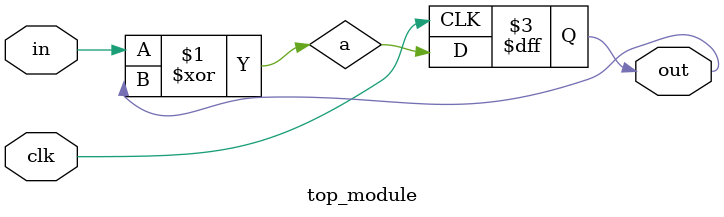
<source format=v>
module top_module (
    input clk,
    input in, 
    output out);
    wire a;
    assign a=in^out;
    always@(posedge clk)begin
        if(clk)
            out<=a;
        else
            out<=out;
    end
    
endmodule

</source>
